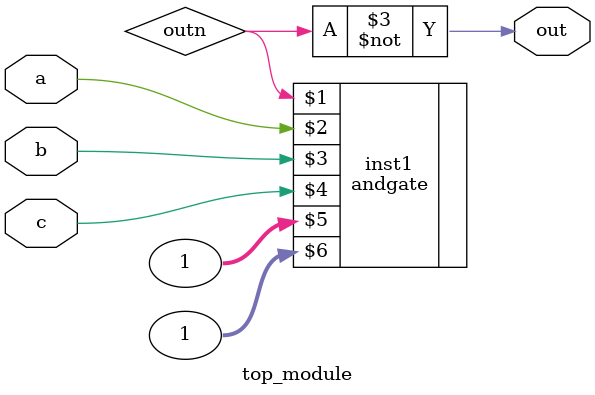
<source format=v>
module top_module (input a, input b, input c, output out);
    wire outn;
    andgate inst1 (outn, a, b, c, 1, 1);
    assign out = ~outn;
endmodule


</source>
